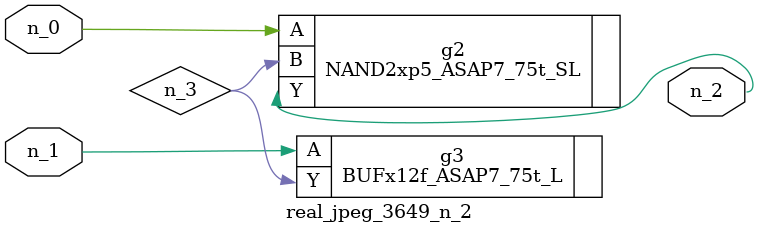
<source format=v>
module real_jpeg_3649_n_2 (n_1, n_0, n_2);

input n_1;
input n_0;

output n_2;

wire n_3;

NAND2xp5_ASAP7_75t_SL g2 ( 
.A(n_0),
.B(n_3),
.Y(n_2)
);

BUFx12f_ASAP7_75t_L g3 ( 
.A(n_1),
.Y(n_3)
);


endmodule
</source>
